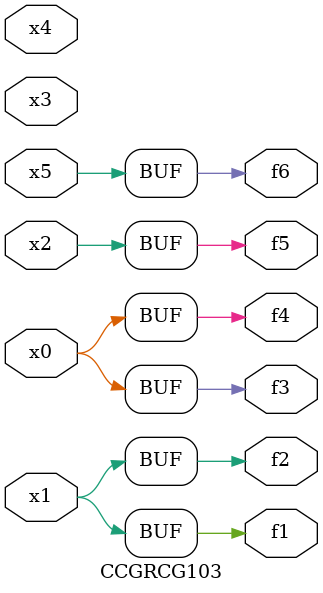
<source format=v>
module CCGRCG103(
	input x0, x1, x2, x3, x4, x5,
	output f1, f2, f3, f4, f5, f6
);
	assign f1 = x1;
	assign f2 = x1;
	assign f3 = x0;
	assign f4 = x0;
	assign f5 = x2;
	assign f6 = x5;
endmodule

</source>
